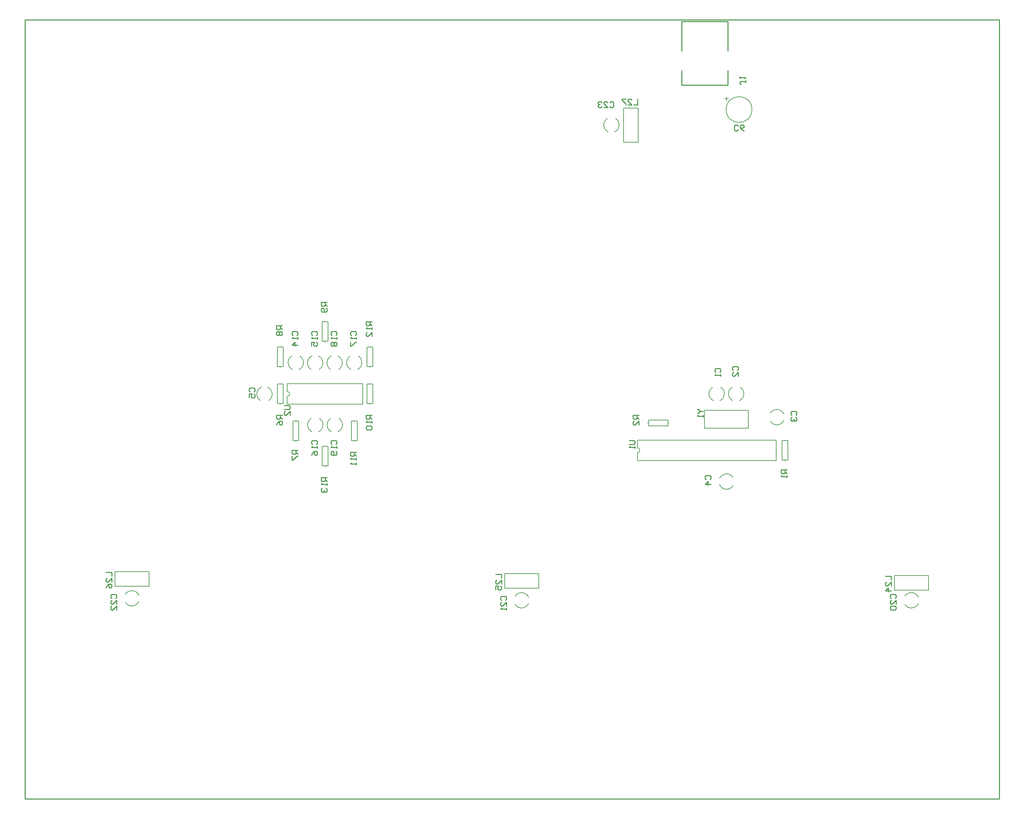
<source format=gbo>
%FSLAX23Y23*%
%MOIN*%
G70*
G01*
G75*
%ADD10C,0.020*%
%ADD11R,1.800X1.800*%
%ADD12C,0.010*%
%ADD13C,0.275*%
%ADD14C,0.180*%
%ADD15C,0.065*%
%ADD16R,0.047X0.047*%
%ADD17C,0.047*%
%ADD18R,0.053X0.053*%
%ADD19C,0.053*%
%ADD20C,0.055*%
%ADD21P,0.055X8X0*%
%ADD22C,0.059*%
%ADD23R,0.059X0.059*%
%ADD24C,0.008*%
%ADD25C,0.006*%
D12*
X7214Y7332D02*
Y7480D01*
X6740Y7332D02*
Y7480D01*
Y7332D02*
X7214D01*
X6740Y7680D02*
Y7986D01*
X7214Y7680D02*
Y7986D01*
X6740D02*
X7214D01*
X7320Y6870D02*
X7310Y6860D01*
X7290D01*
X7280Y6870D01*
Y6910D01*
X7290Y6920D01*
X7310D01*
X7320Y6910D01*
X7380Y6860D02*
X7360Y6870D01*
X7340Y6890D01*
Y6910D01*
X7350Y6920D01*
X7370D01*
X7380Y6910D01*
Y6900D01*
X7370Y6890D01*
X7340D01*
X2310Y4180D02*
X2300Y4190D01*
Y4210D01*
X2310Y4220D01*
X2350D01*
X2360Y4210D01*
Y4190D01*
X2350Y4180D01*
X2300Y4120D02*
Y4160D01*
X2330D01*
X2320Y4140D01*
Y4130D01*
X2330Y4120D01*
X2350D01*
X2360Y4130D01*
Y4150D01*
X2350Y4160D01*
X6990Y3280D02*
X6980Y3290D01*
Y3310D01*
X6990Y3320D01*
X7030D01*
X7040Y3310D01*
Y3290D01*
X7030Y3280D01*
X7040Y3230D02*
X6980D01*
X7010Y3260D01*
Y3220D01*
X6900Y4000D02*
X6910D01*
X6930Y3980D01*
X6910Y3960D01*
X6900D01*
X6930Y3980D02*
X6960D01*
Y3940D02*
Y3920D01*
Y3930D01*
X6900D01*
X6910Y3940D01*
X6200Y3680D02*
X6250D01*
X6260Y3670D01*
Y3650D01*
X6250Y3640D01*
X6200D01*
X6260Y3620D02*
Y3600D01*
Y3610D01*
X6200D01*
X6210Y3620D01*
X6300Y3940D02*
X6240D01*
Y3910D01*
X6250Y3900D01*
X6270D01*
X6280Y3910D01*
Y3940D01*
Y3920D02*
X6300Y3900D01*
Y3840D02*
Y3880D01*
X6260Y3840D01*
X6250D01*
X6240Y3850D01*
Y3870D01*
X6250Y3880D01*
X7820Y3380D02*
X7760D01*
Y3350D01*
X7770Y3340D01*
X7790D01*
X7800Y3350D01*
Y3380D01*
Y3360D02*
X7820Y3340D01*
Y3320D02*
Y3300D01*
Y3310D01*
X7760D01*
X7770Y3320D01*
X6289Y7189D02*
Y7129D01*
X6249D01*
X6189D02*
X6229D01*
X6189Y7169D01*
Y7179D01*
X6199Y7189D01*
X6219D01*
X6229Y7179D01*
X6169Y7189D02*
X6129D01*
Y7179D01*
X6169Y7139D01*
Y7129D01*
X831Y2329D02*
X891D01*
Y2289D01*
Y2229D02*
Y2269D01*
X851Y2229D01*
X841D01*
X831Y2239D01*
Y2259D01*
X841Y2269D01*
X831Y2169D02*
X841Y2189D01*
X861Y2209D01*
X881D01*
X891Y2199D01*
Y2179D01*
X881Y2169D01*
X871D01*
X861Y2179D01*
Y2209D01*
X4831Y2309D02*
X4891D01*
Y2269D01*
Y2209D02*
Y2249D01*
X4851Y2209D01*
X4841D01*
X4831Y2219D01*
Y2239D01*
X4841Y2249D01*
X4831Y2149D02*
Y2189D01*
X4861D01*
X4851Y2169D01*
Y2159D01*
X4861Y2149D01*
X4881D01*
X4891Y2159D01*
Y2179D01*
X4881Y2189D01*
X7398Y7377D02*
Y7357D01*
Y7367D01*
X7348D01*
X7338Y7357D01*
Y7347D01*
X7348Y7337D01*
X7338Y7397D02*
Y7417D01*
Y7407D01*
X7398D01*
X7388Y7397D01*
X6000Y7150D02*
X6010Y7160D01*
X6030D01*
X6040Y7150D01*
Y7110D01*
X6030Y7100D01*
X6010D01*
X6000Y7110D01*
X5940Y7100D02*
X5980D01*
X5940Y7140D01*
Y7150D01*
X5950Y7160D01*
X5970D01*
X5980Y7150D01*
X5920D02*
X5910Y7160D01*
X5890D01*
X5880Y7150D01*
Y7140D01*
X5890Y7130D01*
X5900D01*
X5890D01*
X5880Y7120D01*
Y7110D01*
X5890Y7100D01*
X5910D01*
X5920Y7110D01*
X890Y2060D02*
X880Y2070D01*
Y2090D01*
X890Y2100D01*
X930D01*
X940Y2090D01*
Y2070D01*
X930Y2060D01*
X940Y2000D02*
Y2040D01*
X900Y2000D01*
X890D01*
X880Y2010D01*
Y2030D01*
X890Y2040D01*
X940Y1940D02*
Y1980D01*
X900Y1940D01*
X890D01*
X880Y1950D01*
Y1970D01*
X890Y1980D01*
X4890Y2040D02*
X4880Y2050D01*
Y2070D01*
X4890Y2080D01*
X4930D01*
X4940Y2070D01*
Y2050D01*
X4930Y2040D01*
X4940Y1980D02*
Y2020D01*
X4900Y1980D01*
X4890D01*
X4880Y1990D01*
Y2010D01*
X4890Y2020D01*
X4940Y1960D02*
Y1940D01*
Y1950D01*
X4880D01*
X4890Y1960D01*
X8890Y2060D02*
X8880Y2070D01*
Y2090D01*
X8890Y2100D01*
X8930D01*
X8940Y2090D01*
Y2070D01*
X8930Y2060D01*
X8940Y2000D02*
Y2040D01*
X8900Y2000D01*
X8890D01*
X8880Y2010D01*
Y2030D01*
X8890Y2040D01*
Y1980D02*
X8880Y1970D01*
Y1950D01*
X8890Y1940D01*
X8930D01*
X8940Y1950D01*
Y1970D01*
X8930Y1980D01*
X8890D01*
X7870Y3940D02*
X7860Y3950D01*
Y3970D01*
X7870Y3980D01*
X7910D01*
X7920Y3970D01*
Y3950D01*
X7910Y3940D01*
X7870Y3920D02*
X7860Y3910D01*
Y3890D01*
X7870Y3880D01*
X7880D01*
X7890Y3890D01*
Y3900D01*
Y3890D01*
X7900Y3880D01*
X7910D01*
X7920Y3890D01*
Y3910D01*
X7910Y3920D01*
X7270Y4400D02*
X7260Y4410D01*
Y4430D01*
X7270Y4440D01*
X7310D01*
X7320Y4430D01*
Y4410D01*
X7310Y4400D01*
X7320Y4340D02*
Y4380D01*
X7280Y4340D01*
X7270D01*
X7260Y4350D01*
Y4370D01*
X7270Y4380D01*
X7090Y4380D02*
X7080Y4390D01*
Y4410D01*
X7090Y4420D01*
X7130D01*
X7140Y4410D01*
Y4390D01*
X7130Y4380D01*
X7140Y4360D02*
Y4340D01*
Y4350D01*
X7080D01*
X7090Y4360D01*
X2750Y4760D02*
X2740Y4770D01*
Y4790D01*
X2750Y4800D01*
X2790D01*
X2800Y4790D01*
Y4770D01*
X2790Y4760D01*
X2800Y4740D02*
Y4720D01*
Y4730D01*
X2740D01*
X2750Y4740D01*
X2800Y4660D02*
X2740D01*
X2770Y4690D01*
Y4650D01*
X2950Y3640D02*
X2940Y3650D01*
Y3670D01*
X2950Y3680D01*
X2990D01*
X3000Y3670D01*
Y3650D01*
X2990Y3640D01*
X3000Y3620D02*
Y3600D01*
Y3610D01*
X2940D01*
X2950Y3620D01*
X2940Y3530D02*
X2950Y3550D01*
X2970Y3570D01*
X2990D01*
X3000Y3560D01*
Y3540D01*
X2990Y3530D01*
X2980D01*
X2970Y3540D01*
Y3570D01*
X3350Y4760D02*
X3340Y4770D01*
Y4790D01*
X3350Y4800D01*
X3390D01*
X3400Y4790D01*
Y4770D01*
X3390Y4760D01*
X3400Y4740D02*
Y4720D01*
Y4730D01*
X3340D01*
X3350Y4740D01*
X3340Y4690D02*
Y4650D01*
X3350D01*
X3390Y4690D01*
X3400D01*
X3150Y4760D02*
X3140Y4770D01*
Y4790D01*
X3150Y4800D01*
X3190D01*
X3200Y4790D01*
Y4770D01*
X3190Y4760D01*
X3200Y4740D02*
Y4720D01*
Y4730D01*
X3140D01*
X3150Y4740D01*
Y4690D02*
X3140Y4680D01*
Y4660D01*
X3150Y4650D01*
X3160D01*
X3170Y4660D01*
X3180Y4650D01*
X3190D01*
X3200Y4660D01*
Y4680D01*
X3190Y4690D01*
X3180D01*
X3170Y4680D01*
X3160Y4690D01*
X3150D01*
X3170Y4680D02*
Y4660D01*
X3150Y3640D02*
X3140Y3650D01*
Y3670D01*
X3150Y3680D01*
X3190D01*
X3200Y3670D01*
Y3650D01*
X3190Y3640D01*
X3200Y3620D02*
Y3600D01*
Y3610D01*
X3140D01*
X3150Y3620D01*
X3190Y3570D02*
X3200Y3560D01*
Y3540D01*
X3190Y3530D01*
X3150D01*
X3140Y3540D01*
Y3560D01*
X3150Y3570D01*
X3160D01*
X3170Y3560D01*
Y3530D01*
X2640Y3940D02*
X2580D01*
Y3910D01*
X2590Y3900D01*
X2610D01*
X2620Y3910D01*
Y3940D01*
Y3920D02*
X2640Y3900D01*
X2580Y3840D02*
X2590Y3860D01*
X2610Y3880D01*
X2630D01*
X2640Y3870D01*
Y3850D01*
X2630Y3840D01*
X2620D01*
X2610Y3850D01*
Y3880D01*
X2800Y3580D02*
X2740D01*
Y3550D01*
X2750Y3540D01*
X2770D01*
X2780Y3550D01*
Y3580D01*
Y3560D02*
X2800Y3540D01*
X2740Y3520D02*
Y3480D01*
X2750D01*
X2790Y3520D01*
X2800D01*
X2640Y4860D02*
X2580D01*
Y4830D01*
X2590Y4820D01*
X2610D01*
X2620Y4830D01*
Y4860D01*
Y4840D02*
X2640Y4820D01*
X2590Y4800D02*
X2580Y4790D01*
Y4770D01*
X2590Y4760D01*
X2600D01*
X2610Y4770D01*
X2620Y4760D01*
X2630D01*
X2640Y4770D01*
Y4790D01*
X2630Y4800D01*
X2620D01*
X2610Y4790D01*
X2600Y4800D01*
X2590D01*
X2610Y4790D02*
Y4770D01*
X3100Y3300D02*
X3040D01*
Y3270D01*
X3050Y3260D01*
X3070D01*
X3080Y3270D01*
Y3300D01*
Y3280D02*
X3100Y3260D01*
Y3240D02*
Y3220D01*
Y3230D01*
X3040D01*
X3050Y3240D01*
Y3190D02*
X3040Y3180D01*
Y3160D01*
X3050Y3150D01*
X3060D01*
X3070Y3160D01*
Y3170D01*
Y3160D01*
X3080Y3150D01*
X3090D01*
X3100Y3160D01*
Y3180D01*
X3090Y3190D01*
X3560Y3940D02*
X3500D01*
Y3910D01*
X3510Y3900D01*
X3530D01*
X3540Y3910D01*
Y3940D01*
Y3920D02*
X3560Y3900D01*
Y3880D02*
Y3860D01*
Y3870D01*
X3500D01*
X3510Y3880D01*
Y3830D02*
X3500Y3820D01*
Y3800D01*
X3510Y3790D01*
X3550D01*
X3560Y3800D01*
Y3820D01*
X3550Y3830D01*
X3510D01*
X3400Y3560D02*
X3340D01*
Y3530D01*
X3350Y3520D01*
X3370D01*
X3380Y3530D01*
Y3560D01*
Y3540D02*
X3400Y3520D01*
Y3500D02*
Y3480D01*
Y3490D01*
X3340D01*
X3350Y3500D01*
X3400Y3450D02*
Y3430D01*
Y3440D01*
X3340D01*
X3350Y3450D01*
X3560Y4900D02*
X3500D01*
Y4870D01*
X3510Y4860D01*
X3530D01*
X3540Y4870D01*
Y4900D01*
Y4880D02*
X3560Y4860D01*
Y4840D02*
Y4820D01*
Y4830D01*
X3500D01*
X3510Y4840D01*
X3560Y4750D02*
Y4790D01*
X3520Y4750D01*
X3510D01*
X3500Y4760D01*
Y4780D01*
X3510Y4790D01*
X2660Y4040D02*
X2710D01*
X2720Y4030D01*
Y4010D01*
X2710Y4000D01*
X2660D01*
X2720Y3940D02*
Y3980D01*
X2680Y3940D01*
X2670D01*
X2660Y3950D01*
Y3970D01*
X2670Y3980D01*
X2950Y4760D02*
X2940Y4770D01*
Y4790D01*
X2950Y4800D01*
X2990D01*
X3000Y4790D01*
Y4770D01*
X2990Y4760D01*
X3000Y4740D02*
Y4720D01*
Y4730D01*
X2940D01*
X2950Y4740D01*
X2940Y4650D02*
Y4690D01*
X2970D01*
X2960Y4670D01*
Y4660D01*
X2970Y4650D01*
X2990D01*
X3000Y4660D01*
Y4680D01*
X2990Y4690D01*
X3100Y5100D02*
X3040D01*
Y5070D01*
X3050Y5060D01*
X3070D01*
X3080Y5070D01*
Y5100D01*
Y5080D02*
X3100Y5060D01*
X3090Y5040D02*
X3100Y5030D01*
Y5010D01*
X3090Y5000D01*
X3050D01*
X3040Y5010D01*
Y5030D01*
X3050Y5040D01*
X3060D01*
X3070Y5030D01*
Y5000D01*
X8831Y2289D02*
X8891D01*
Y2249D01*
Y2189D02*
Y2229D01*
X8851Y2189D01*
X8841D01*
X8831Y2199D01*
Y2219D01*
X8841Y2229D01*
X8891Y2139D02*
X8831D01*
X8861Y2169D01*
Y2129D01*
X0Y0D02*
X10000D01*
Y8000D01*
X0D02*
X10000D01*
X0Y0D02*
Y8000D01*
D24*
X7462Y7080D02*
G03*
X7462Y7080I-132J0D01*
G01*
X2427Y4230D02*
G03*
X2418Y4092I33J-72D01*
G01*
X2502D02*
G03*
X2493Y4230I-42J66D01*
G01*
X7130Y3227D02*
G03*
X7268Y3218I72J33D01*
G01*
Y3302D02*
G03*
X7130Y3293I-66J-42D01*
G01*
X5170Y2073D02*
G03*
X5032Y2082I-72J-33D01*
G01*
Y1998D02*
G03*
X5170Y2007I66J42D01*
G01*
X6053Y6850D02*
G03*
X6062Y6988I-33J72D01*
G01*
X5978D02*
G03*
X5987Y6850I42J-66D01*
G01*
X1170Y2093D02*
G03*
X1032Y2102I-72J-33D01*
G01*
Y2018D02*
G03*
X1170Y2027I66J42D01*
G01*
X9170Y2073D02*
G03*
X9032Y2082I-72J-33D01*
G01*
Y1998D02*
G03*
X9170Y2007I66J42D01*
G01*
X7133Y4090D02*
G03*
X7142Y4228I-33J72D01*
G01*
X7058D02*
G03*
X7067Y4090I42J-66D01*
G01*
X7333D02*
G03*
X7342Y4228I-33J72D01*
G01*
X7258D02*
G03*
X7267Y4090I42J-66D01*
G01*
X7790Y3953D02*
G03*
X7652Y3962I-72J-33D01*
G01*
Y3878D02*
G03*
X7790Y3887I66J42D01*
G01*
X6287Y3555D02*
G03*
X6287Y3605I0J25D01*
G01*
X3013Y3770D02*
G03*
X3022Y3908I-33J72D01*
G01*
X2938D02*
G03*
X2947Y3770I42J-66D01*
G01*
X3213D02*
G03*
X3222Y3908I-33J72D01*
G01*
X3138D02*
G03*
X3147Y3770I42J-66D01*
G01*
X2947Y4550D02*
G03*
X2938Y4412I33J-72D01*
G01*
X3022D02*
G03*
X3013Y4550I-42J66D01*
G01*
X3413Y4410D02*
G03*
X3422Y4548I-33J72D01*
G01*
X3338D02*
G03*
X3347Y4410I42J-66D01*
G01*
X3147Y4550D02*
G03*
X3138Y4412I33J-72D01*
G01*
X3222D02*
G03*
X3213Y4550I-42J66D01*
G01*
X2813Y4410D02*
G03*
X2822Y4548I-33J72D01*
G01*
X2738D02*
G03*
X2747Y4410I42J-66D01*
G01*
X2692Y4135D02*
G03*
X2692Y4185I0J25D01*
G01*
X4925Y2315D02*
X5275D01*
Y2165D02*
Y2315D01*
X4925Y2165D02*
X5275D01*
X4925D02*
Y2315D01*
X6295Y6745D02*
Y7095D01*
X6145Y6745D02*
X6295D01*
X6145D02*
Y7095D01*
X6295D01*
X925Y2335D02*
X1275D01*
Y2185D02*
Y2335D01*
X925Y2185D02*
X1275D01*
X925D02*
Y2335D01*
X8925Y2295D02*
X9275D01*
Y2145D02*
Y2295D01*
X8925Y2145D02*
X9275D01*
X8925D02*
Y2295D01*
X6600Y3830D02*
Y3860D01*
X6400Y3830D02*
X6600D01*
X6400D02*
Y3890D01*
X6600D01*
Y3860D02*
Y3890D01*
X6391Y3860D02*
X6400D01*
X6600D02*
X6609D01*
X7770Y3480D02*
X7800D01*
X7770D02*
Y3680D01*
X7830D01*
Y3480D02*
Y3680D01*
X7800Y3480D02*
X7830D01*
X7800Y3680D02*
Y3689D01*
Y3471D02*
Y3480D01*
X6976Y3807D02*
Y3993D01*
Y3807D02*
X7424D01*
Y3993D01*
X6976D02*
X7424D01*
X6287Y3476D02*
X7713D01*
X6287Y3684D02*
X7713D01*
Y3476D02*
Y3684D01*
X6287Y3476D02*
Y3555D01*
Y3605D02*
Y3684D01*
X2780Y3880D02*
X2810D01*
Y3680D02*
Y3880D01*
X2750Y3680D02*
X2810D01*
X2750D02*
Y3880D01*
X2780D01*
Y3671D02*
Y3680D01*
Y3880D02*
Y3889D01*
X2590Y4060D02*
X2620D01*
X2590D02*
Y4260D01*
X2650D01*
Y4060D02*
Y4260D01*
X2620Y4060D02*
X2650D01*
X2620Y4260D02*
Y4269D01*
Y4051D02*
Y4060D01*
X2590Y4440D02*
X2620D01*
X2590D02*
Y4640D01*
X2650D01*
Y4440D02*
Y4640D01*
X2620Y4440D02*
X2650D01*
X2620Y4640D02*
Y4649D01*
Y4431D02*
Y4440D01*
X3080Y3620D02*
X3110D01*
Y3420D02*
Y3620D01*
X3050Y3420D02*
X3110D01*
X3050D02*
Y3620D01*
X3080D01*
Y3411D02*
Y3420D01*
Y3620D02*
Y3629D01*
X3380Y3880D02*
X3410D01*
Y3680D02*
Y3880D01*
X3350Y3680D02*
X3410D01*
X3350D02*
Y3880D01*
X3380D01*
Y3671D02*
Y3680D01*
Y3880D02*
Y3889D01*
X3510Y4060D02*
X3540D01*
X3510D02*
Y4260D01*
X3570D01*
Y4060D02*
Y4260D01*
X3540Y4060D02*
X3570D01*
X3540Y4260D02*
Y4269D01*
Y4051D02*
Y4060D01*
X3510Y4440D02*
X3540D01*
X3510D02*
Y4640D01*
X3570D01*
Y4440D02*
Y4640D01*
X3540Y4440D02*
X3570D01*
X3540Y4640D02*
Y4649D01*
Y4431D02*
Y4440D01*
X3050Y4700D02*
X3080D01*
X3050D02*
Y4900D01*
X3110D01*
Y4700D02*
Y4900D01*
X3080Y4700D02*
X3110D01*
X3080Y4900D02*
Y4909D01*
Y4691D02*
Y4700D01*
X2692Y4056D02*
X3468D01*
X2692Y4264D02*
X3468D01*
Y4056D02*
Y4264D01*
X2692Y4056D02*
Y4135D01*
Y4185D02*
Y4264D01*
D25*
X7220Y7190D02*
X7181D01*
X7200Y7209D02*
Y7170D01*
M02*

</source>
